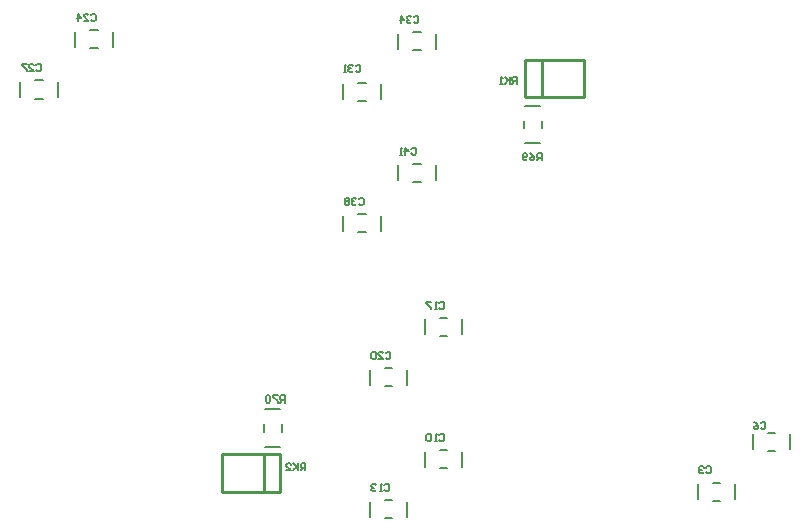
<source format=gbo>
G04*
G04 #@! TF.GenerationSoftware,Altium Limited,Altium Designer,20.1.10 (176)*
G04*
G04 Layer_Color=32896*
%FSAX42Y42*%
%MOMM*%
G71*
G04*
G04 #@! TF.SameCoordinates,9C08BAFA-1892-4BA1-9AB8-C06810583842*
G04*
G04*
G04 #@! TF.FilePolarity,Positive*
G04*
G01*
G75*
%ADD10C,0.20*%
%ADD11C,0.25*%
%ADD13C,0.15*%
D10*
X004453Y004319D02*
X004463Y004329D01*
X004483D01*
X004493Y004319D01*
Y004279D01*
X004483Y004269D01*
X004463D01*
X004453Y004279D01*
X004403Y004269D02*
Y004329D01*
X004433Y004299D01*
X004393D01*
X004373Y004269D02*
X004353D01*
X004363D01*
Y004329D01*
X004373Y004319D01*
X004008Y003895D02*
X004018Y003905D01*
X004038D01*
X004048Y003895D01*
Y003855D01*
X004038Y003845D01*
X004018D01*
X004008Y003855D01*
X003988Y003895D02*
X003978Y003905D01*
X003958D01*
X003948Y003895D01*
Y003885D01*
X003958Y003875D01*
X003968D01*
X003958D01*
X003948Y003865D01*
Y003855D01*
X003958Y003845D01*
X003978D01*
X003988Y003855D01*
X003928Y003895D02*
X003918Y003905D01*
X003898D01*
X003888Y003895D01*
Y003885D01*
X003898Y003875D01*
X003888Y003865D01*
Y003855D01*
X003898Y003845D01*
X003918D01*
X003928Y003855D01*
Y003865D01*
X003918Y003875D01*
X003928Y003885D01*
Y003895D01*
X003918Y003875D02*
X003898D01*
X004473Y005432D02*
X004483Y005442D01*
X004503D01*
X004513Y005432D01*
Y005392D01*
X004503Y005382D01*
X004483D01*
X004473Y005392D01*
X004453Y005432D02*
X004443Y005442D01*
X004423D01*
X004413Y005432D01*
Y005422D01*
X004423Y005412D01*
X004433D01*
X004423D01*
X004413Y005402D01*
Y005392D01*
X004423Y005382D01*
X004443D01*
X004453Y005392D01*
X004363Y005382D02*
Y005442D01*
X004393Y005412D01*
X004353D01*
X003980Y005020D02*
X003990Y005030D01*
X004010D01*
X004020Y005020D01*
Y004980D01*
X004010Y004970D01*
X003990D01*
X003980Y004980D01*
X003960Y005020D02*
X003950Y005030D01*
X003930D01*
X003920Y005020D01*
Y005010D01*
X003930Y005000D01*
X003940D01*
X003930D01*
X003920Y004990D01*
Y004980D01*
X003930Y004970D01*
X003950D01*
X003960Y004980D01*
X003900Y004970D02*
X003880D01*
X003890D01*
Y005030D01*
X003900Y005020D01*
X001275Y005025D02*
X001285Y005035D01*
X001305D01*
X001315Y005025D01*
Y004985D01*
X001305Y004975D01*
X001285D01*
X001275Y004985D01*
X001215Y004975D02*
X001255D01*
X001215Y005015D01*
Y005025D01*
X001225Y005035D01*
X001245D01*
X001255Y005025D01*
X001195Y005035D02*
X001155D01*
Y005025D01*
X001195Y004985D01*
Y004975D01*
X001739Y005449D02*
X001749Y005459D01*
X001769D01*
X001779Y005449D01*
Y005409D01*
X001769Y005399D01*
X001749D01*
X001739Y005409D01*
X001680Y005399D02*
X001719D01*
X001680Y005439D01*
Y005449D01*
X001689Y005459D01*
X001709D01*
X001719Y005449D01*
X001630Y005399D02*
Y005459D01*
X001660Y005429D01*
X001620D01*
X004234Y002590D02*
X004244Y002600D01*
X004264D01*
X004274Y002590D01*
Y002550D01*
X004264Y002540D01*
X004244D01*
X004234Y002550D01*
X004174Y002540D02*
X004214D01*
X004174Y002580D01*
Y002590D01*
X004184Y002600D01*
X004204D01*
X004214Y002590D01*
X004154D02*
X004144Y002600D01*
X004124D01*
X004114Y002590D01*
Y002550D01*
X004124Y002540D01*
X004144D01*
X004154Y002550D01*
Y002590D01*
X004689Y003014D02*
X004699Y003024D01*
X004719D01*
X004729Y003014D01*
Y002974D01*
X004719Y002964D01*
X004699D01*
X004689Y002974D01*
X004669Y002964D02*
X004649D01*
X004659D01*
Y003024D01*
X004669Y003014D01*
X004619Y003024D02*
X004579D01*
Y003014D01*
X004619Y002974D01*
Y002964D01*
X004225Y001470D02*
X004235Y001480D01*
X004255D01*
X004265Y001470D01*
Y001430D01*
X004255Y001420D01*
X004235D01*
X004225Y001430D01*
X004205Y001420D02*
X004185D01*
X004195D01*
Y001480D01*
X004205Y001470D01*
X004155D02*
X004145Y001480D01*
X004125D01*
X004115Y001470D01*
Y001460D01*
X004125Y001450D01*
X004135D01*
X004125D01*
X004115Y001440D01*
Y001430D01*
X004125Y001420D01*
X004145D01*
X004155Y001430D01*
X004689Y001894D02*
X004699Y001904D01*
X004719D01*
X004729Y001894D01*
Y001854D01*
X004719Y001844D01*
X004699D01*
X004689Y001854D01*
X004669Y001844D02*
X004650D01*
X004660D01*
Y001904D01*
X004669Y001894D01*
X004620D02*
X004610Y001904D01*
X004590D01*
X004580Y001894D01*
Y001854D01*
X004590Y001844D01*
X004610D01*
X004620Y001854D01*
Y001894D01*
X007410Y001995D02*
X007420Y002005D01*
X007440D01*
X007450Y001995D01*
Y001955D01*
X007440Y001945D01*
X007420D01*
X007410Y001955D01*
X007350Y002005D02*
X007370Y001995D01*
X007390Y001975D01*
Y001955D01*
X007380Y001945D01*
X007360D01*
X007350Y001955D01*
Y001965D01*
X007360Y001975D01*
X007390D01*
X006950Y001620D02*
X006960Y001630D01*
X006980D01*
X006990Y001620D01*
Y001580D01*
X006980Y001570D01*
X006960D01*
X006950Y001580D01*
X006930Y001620D02*
X006920Y001630D01*
X006900D01*
X006890Y001620D01*
Y001610D01*
X006900Y001600D01*
X006910D01*
X006900D01*
X006890Y001590D01*
Y001580D01*
X006900Y001570D01*
X006920D01*
X006930Y001580D01*
X003555Y001595D02*
Y001655D01*
X003525D01*
X003515Y001645D01*
Y001625D01*
X003525Y001615D01*
X003555D01*
X003535D02*
X003515Y001595D01*
X003495Y001655D02*
Y001595D01*
Y001615D01*
X003455Y001655D01*
X003485Y001625D01*
X003455Y001595D01*
X003395D02*
X003435D01*
X003395Y001635D01*
Y001645D01*
X003405Y001655D01*
X003425D01*
X003435Y001645D01*
X003380Y002170D02*
Y002230D01*
X003350D01*
X003340Y002220D01*
Y002200D01*
X003350Y002190D01*
X003380D01*
X003360D02*
X003340Y002170D01*
X003320Y002230D02*
X003280D01*
Y002220D01*
X003320Y002180D01*
Y002170D01*
X003260Y002220D02*
X003250Y002230D01*
X003230D01*
X003220Y002220D01*
Y002180D01*
X003230Y002170D01*
X003250D01*
X003260Y002180D01*
Y002220D01*
X005555Y004220D02*
Y004280D01*
X005525D01*
X005515Y004270D01*
Y004250D01*
X005525Y004240D01*
X005555D01*
X005535D02*
X005515Y004220D01*
X005455Y004280D02*
X005475Y004270D01*
X005495Y004250D01*
Y004230D01*
X005485Y004220D01*
X005465D01*
X005455Y004230D01*
Y004240D01*
X005465Y004250D01*
X005495D01*
X005435Y004230D02*
X005425Y004220D01*
X005405D01*
X005395Y004230D01*
Y004270D01*
X005405Y004280D01*
X005425D01*
X005435Y004270D01*
Y004260D01*
X005425Y004250D01*
X005395D01*
X005345Y004870D02*
Y004930D01*
X005315D01*
X005305Y004920D01*
Y004900D01*
X005315Y004890D01*
X005345D01*
X005325D02*
X005305Y004870D01*
X005285Y004930D02*
Y004870D01*
Y004890D01*
X005245Y004930D01*
X005275Y004900D01*
X005245Y004870D01*
X005225D02*
X005205D01*
X005215D01*
Y004930D01*
X005225Y004920D01*
D11*
X005417Y004756D02*
Y005074D01*
Y004756D02*
X005556D01*
Y005074D01*
X005417D02*
X005556D01*
Y004756D02*
X005912D01*
Y005074D01*
X005556D02*
X005912D01*
X003344Y001416D02*
Y001734D01*
X003204D02*
X003344D01*
X003204Y001416D02*
Y001734D01*
Y001416D02*
X003344D01*
X002848Y001734D02*
X003204D01*
X002848Y001416D02*
Y001734D01*
Y001416D02*
X003204D01*
D13*
X004002Y004726D02*
X004065D01*
X004002Y004879D02*
X004065D01*
X003875Y004739D02*
Y004866D01*
X004192Y004739D02*
Y004866D01*
X007471Y001763D02*
X007535D01*
X007471Y001916D02*
X007535D01*
X007344Y001776D02*
Y001903D01*
X007662Y001776D02*
Y001903D01*
X005417Y004683D02*
X005544D01*
X005417Y004366D02*
X005544D01*
X005404Y004493D02*
Y004556D01*
X005556Y004493D02*
Y004556D01*
X004468Y004038D02*
X004531D01*
X004468Y004191D02*
X004531D01*
X004341Y004051D02*
Y004178D01*
X004658Y004051D02*
Y004178D01*
X004002Y003613D02*
X004065D01*
X004002Y003766D02*
X004065D01*
X003875Y003626D02*
Y003753D01*
X004192Y003626D02*
Y003753D01*
X004101Y002322D02*
Y002449D01*
X004418Y002322D02*
Y002449D01*
X004228Y002309D02*
X004291D01*
X004228Y002461D02*
X004291D01*
X004567Y002747D02*
Y002874D01*
X004884Y002747D02*
Y002874D01*
X004694Y002734D02*
X004757D01*
X004694Y002886D02*
X004757D01*
X001141Y004757D02*
Y004884D01*
X001458Y004757D02*
Y004884D01*
X001268Y004744D02*
X001331D01*
X001268Y004897D02*
X001331D01*
X001607Y005182D02*
Y005309D01*
X001924Y005182D02*
Y005309D01*
X001734Y005169D02*
X001797D01*
X001734Y005322D02*
X001797D01*
X004658Y005164D02*
Y005291D01*
X004341Y005164D02*
Y005291D01*
X004468Y005304D02*
X004531D01*
X004468Y005151D02*
X004531D01*
X004694Y001767D02*
X004757D01*
X004694Y001614D02*
X004757D01*
X004884Y001627D02*
Y001754D01*
X004567Y001627D02*
Y001754D01*
X004228Y001342D02*
X004292D01*
X004228Y001189D02*
X004292D01*
X004419Y001202D02*
Y001329D01*
X004101Y001202D02*
Y001329D01*
X007005Y001338D02*
X007069D01*
X007005Y001491D02*
X007069D01*
X006878Y001351D02*
Y001478D01*
X007196Y001351D02*
Y001478D01*
X003217Y001795D02*
X003344D01*
X003217Y002113D02*
X003344D01*
X003356Y001922D02*
Y001986D01*
X003204Y001922D02*
Y001986D01*
M02*

</source>
